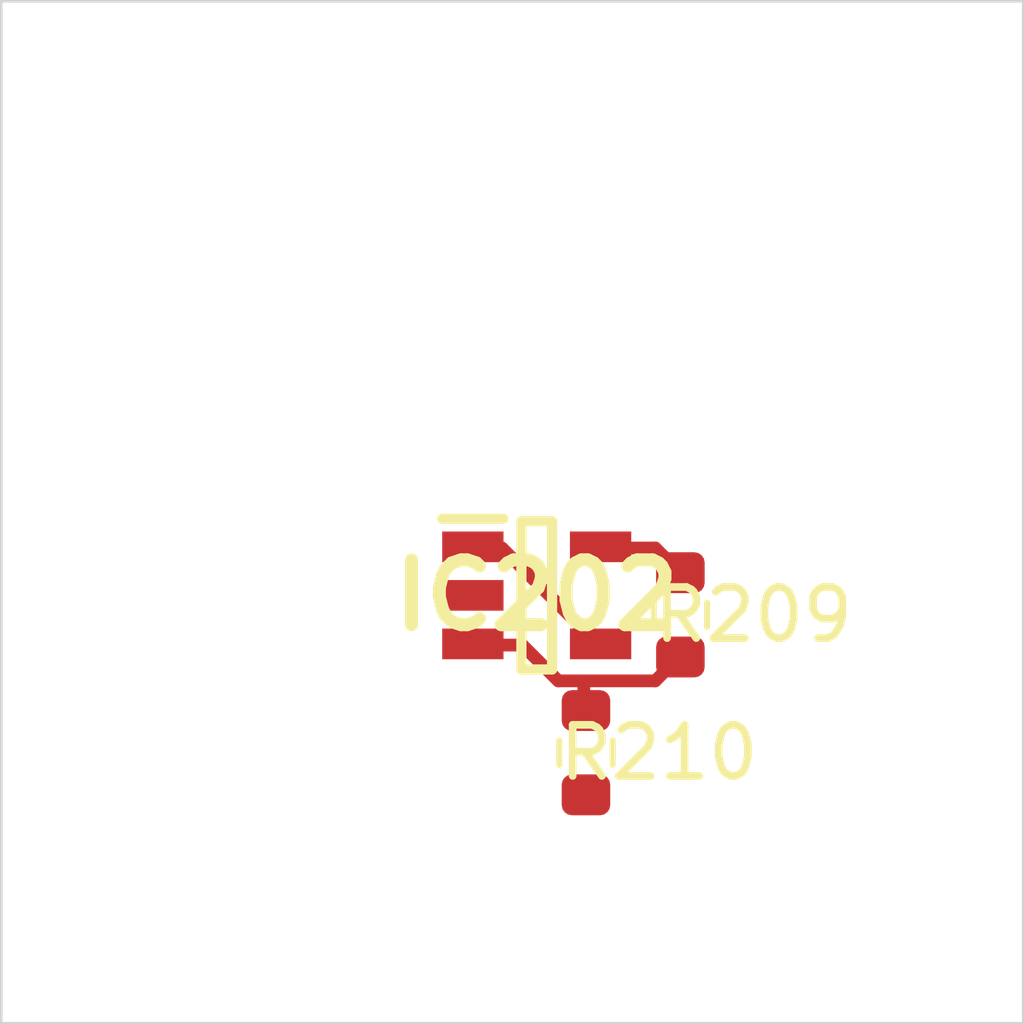
<source format=kicad_pcb>
 ( kicad_pcb  ( version 20171130 )
 ( host pcbnew 5.1.12-84ad8e8a86~92~ubuntu18.04.1 )
 ( general  ( thickness 1.6 )
 ( drawings 4 )
 ( tracks 0 )
 ( zones 0 )
 ( modules 3 )
 ( nets 5 )
)
 ( page A4 )
 ( layers  ( 0 F.Cu signal )
 ( 31 B.Cu signal )
 ( 32 B.Adhes user )
 ( 33 F.Adhes user )
 ( 34 B.Paste user )
 ( 35 F.Paste user )
 ( 36 B.SilkS user )
 ( 37 F.SilkS user )
 ( 38 B.Mask user )
 ( 39 F.Mask user )
 ( 40 Dwgs.User user )
 ( 41 Cmts.User user )
 ( 42 Eco1.User user )
 ( 43 Eco2.User user )
 ( 44 Edge.Cuts user )
 ( 45 Margin user )
 ( 46 B.CrtYd user )
 ( 47 F.CrtYd user )
 ( 48 B.Fab user )
 ( 49 F.Fab user )
)
 ( setup  ( last_trace_width 0.25 )
 ( trace_clearance 0.2 )
 ( zone_clearance 0.508 )
 ( zone_45_only no )
 ( trace_min 0.2 )
 ( via_size 0.8 )
 ( via_drill 0.4 )
 ( via_min_size 0.4 )
 ( via_min_drill 0.3 )
 ( uvia_size 0.3 )
 ( uvia_drill 0.1 )
 ( uvias_allowed no )
 ( uvia_min_size 0.2 )
 ( uvia_min_drill 0.1 )
 ( edge_width 0.05 )
 ( segment_width 0.2 )
 ( pcb_text_width 0.3 )
 ( pcb_text_size 1.5 1.5 )
 ( mod_edge_width 0.12 )
 ( mod_text_size 1 1 )
 ( mod_text_width 0.15 )
 ( pad_size 1.524 1.524 )
 ( pad_drill 0.762 )
 ( pad_to_mask_clearance 0 )
 ( aux_axis_origin 0 0 )
 ( visible_elements FFFFFF7F )
 ( pcbplotparams  ( layerselection 0x010fc_ffffffff )
 ( usegerberextensions false )
 ( usegerberattributes true )
 ( usegerberadvancedattributes true )
 ( creategerberjobfile true )
 ( excludeedgelayer true )
 ( linewidth 0.100000 )
 ( plotframeref false )
 ( viasonmask false )
 ( mode 1 )
 ( useauxorigin false )
 ( hpglpennumber 1 )
 ( hpglpenspeed 20 )
 ( hpglpendiameter 15.000000 )
 ( psnegative false )
 ( psa4output false )
 ( plotreference true )
 ( plotvalue true )
 ( plotinvisibletext false )
 ( padsonsilk false )
 ( subtractmaskfromsilk false )
 ( outputformat 1 )
 ( mirror false )
 ( drillshape 1 )
 ( scaleselection 1 )
 ( outputdirectory "" )
)
)
 ( net 0 "" )
 ( net 1 GND )
 ( net 2 VDDA )
 ( net 3 /Sheet6235D886/vp )
 ( net 4 "Net-(IC202-Pad3)" )
 ( net_class Default "This is the default net class."  ( clearance 0.2 )
 ( trace_width 0.25 )
 ( via_dia 0.8 )
 ( via_drill 0.4 )
 ( uvia_dia 0.3 )
 ( uvia_drill 0.1 )
 ( add_net /Sheet6235D886/vp )
 ( add_net GND )
 ( add_net "Net-(IC202-Pad3)" )
 ( add_net VDDA )
)
 ( module SOT95P280X145-5N locked  ( layer F.Cu )
 ( tedit 62336ED7 )
 ( tstamp 623423ED )
 ( at 90.479100 111.627000 )
 ( descr DBV0005A )
 ( tags "Integrated Circuit" )
 ( path /6235D887/6266C08E )
 ( attr smd )
 ( fp_text reference IC202  ( at 0 0 )
 ( layer F.SilkS )
 ( effects  ( font  ( size 1.27 1.27 )
 ( thickness 0.254 )
)
)
)
 ( fp_text value TL071HIDBVR  ( at 0 0 )
 ( layer F.SilkS )
hide  ( effects  ( font  ( size 1.27 1.27 )
 ( thickness 0.254 )
)
)
)
 ( fp_line  ( start -1.85 -1.5 )
 ( end -0.65 -1.5 )
 ( layer F.SilkS )
 ( width 0.2 )
)
 ( fp_line  ( start -0.3 1.45 )
 ( end -0.3 -1.45 )
 ( layer F.SilkS )
 ( width 0.2 )
)
 ( fp_line  ( start 0.3 1.45 )
 ( end -0.3 1.45 )
 ( layer F.SilkS )
 ( width 0.2 )
)
 ( fp_line  ( start 0.3 -1.45 )
 ( end 0.3 1.45 )
 ( layer F.SilkS )
 ( width 0.2 )
)
 ( fp_line  ( start -0.3 -1.45 )
 ( end 0.3 -1.45 )
 ( layer F.SilkS )
 ( width 0.2 )
)
 ( fp_line  ( start -0.8 -0.5 )
 ( end 0.15 -1.45 )
 ( layer Dwgs.User )
 ( width 0.1 )
)
 ( fp_line  ( start -0.8 1.45 )
 ( end -0.8 -1.45 )
 ( layer Dwgs.User )
 ( width 0.1 )
)
 ( fp_line  ( start 0.8 1.45 )
 ( end -0.8 1.45 )
 ( layer Dwgs.User )
 ( width 0.1 )
)
 ( fp_line  ( start 0.8 -1.45 )
 ( end 0.8 1.45 )
 ( layer Dwgs.User )
 ( width 0.1 )
)
 ( fp_line  ( start -0.8 -1.45 )
 ( end 0.8 -1.45 )
 ( layer Dwgs.User )
 ( width 0.1 )
)
 ( fp_line  ( start -2.1 1.775 )
 ( end -2.1 -1.775 )
 ( layer Dwgs.User )
 ( width 0.05 )
)
 ( fp_line  ( start 2.1 1.775 )
 ( end -2.1 1.775 )
 ( layer Dwgs.User )
 ( width 0.05 )
)
 ( fp_line  ( start 2.1 -1.775 )
 ( end 2.1 1.775 )
 ( layer Dwgs.User )
 ( width 0.05 )
)
 ( fp_line  ( start -2.1 -1.775 )
 ( end 2.1 -1.775 )
 ( layer Dwgs.User )
 ( width 0.05 )
)
 ( pad 1 smd rect  ( at -1.25 -0.95 90.000000 )
 ( size 0.6 1.2 )
 ( layers F.Cu F.Mask F.Paste )
 ( net 3 /Sheet6235D886/vp )
)
 ( pad 2 smd rect  ( at -1.25 0 90.000000 )
 ( size 0.6 1.2 )
 ( layers F.Cu F.Mask F.Paste )
 ( net 1 GND )
)
 ( pad 3 smd rect  ( at -1.25 0.95 90.000000 )
 ( size 0.6 1.2 )
 ( layers F.Cu F.Mask F.Paste )
 ( net 4 "Net-(IC202-Pad3)" )
)
 ( pad 4 smd rect  ( at 1.25 0.95 90.000000 )
 ( size 0.6 1.2 )
 ( layers F.Cu F.Mask F.Paste )
 ( net 3 /Sheet6235D886/vp )
)
 ( pad 5 smd rect  ( at 1.25 -0.95 90.000000 )
 ( size 0.6 1.2 )
 ( layers F.Cu F.Mask F.Paste )
 ( net 2 VDDA )
)
)
 ( module Resistor_SMD:R_0603_1608Metric  ( layer F.Cu )
 ( tedit 5F68FEEE )
 ( tstamp 62342595 )
 ( at 93.290800 112.008000 270.000000 )
 ( descr "Resistor SMD 0603 (1608 Metric), square (rectangular) end terminal, IPC_7351 nominal, (Body size source: IPC-SM-782 page 72, https://www.pcb-3d.com/wordpress/wp-content/uploads/ipc-sm-782a_amendment_1_and_2.pdf), generated with kicad-footprint-generator" )
 ( tags resistor )
 ( path /6235D887/623CDBD9 )
 ( attr smd )
 ( fp_text reference R209  ( at 0 -1.43 )
 ( layer F.SilkS )
 ( effects  ( font  ( size 1 1 )
 ( thickness 0.15 )
)
)
)
 ( fp_text value 100k  ( at 0 1.43 )
 ( layer F.Fab )
 ( effects  ( font  ( size 1 1 )
 ( thickness 0.15 )
)
)
)
 ( fp_line  ( start -0.8 0.4125 )
 ( end -0.8 -0.4125 )
 ( layer F.Fab )
 ( width 0.1 )
)
 ( fp_line  ( start -0.8 -0.4125 )
 ( end 0.8 -0.4125 )
 ( layer F.Fab )
 ( width 0.1 )
)
 ( fp_line  ( start 0.8 -0.4125 )
 ( end 0.8 0.4125 )
 ( layer F.Fab )
 ( width 0.1 )
)
 ( fp_line  ( start 0.8 0.4125 )
 ( end -0.8 0.4125 )
 ( layer F.Fab )
 ( width 0.1 )
)
 ( fp_line  ( start -0.237258 -0.5225 )
 ( end 0.237258 -0.5225 )
 ( layer F.SilkS )
 ( width 0.12 )
)
 ( fp_line  ( start -0.237258 0.5225 )
 ( end 0.237258 0.5225 )
 ( layer F.SilkS )
 ( width 0.12 )
)
 ( fp_line  ( start -1.48 0.73 )
 ( end -1.48 -0.73 )
 ( layer F.CrtYd )
 ( width 0.05 )
)
 ( fp_line  ( start -1.48 -0.73 )
 ( end 1.48 -0.73 )
 ( layer F.CrtYd )
 ( width 0.05 )
)
 ( fp_line  ( start 1.48 -0.73 )
 ( end 1.48 0.73 )
 ( layer F.CrtYd )
 ( width 0.05 )
)
 ( fp_line  ( start 1.48 0.73 )
 ( end -1.48 0.73 )
 ( layer F.CrtYd )
 ( width 0.05 )
)
 ( fp_text user %R  ( at 0 0 )
 ( layer F.Fab )
 ( effects  ( font  ( size 0.4 0.4 )
 ( thickness 0.06 )
)
)
)
 ( pad 1 smd roundrect  ( at -0.825 0 270.000000 )
 ( size 0.8 0.95 )
 ( layers F.Cu F.Mask F.Paste )
 ( roundrect_rratio 0.25 )
 ( net 2 VDDA )
)
 ( pad 2 smd roundrect  ( at 0.825 0 270.000000 )
 ( size 0.8 0.95 )
 ( layers F.Cu F.Mask F.Paste )
 ( roundrect_rratio 0.25 )
 ( net 4 "Net-(IC202-Pad3)" )
)
 ( model ${KISYS3DMOD}/Resistor_SMD.3dshapes/R_0603_1608Metric.wrl  ( at  ( xyz 0 0 0 )
)
 ( scale  ( xyz 1 1 1 )
)
 ( rotate  ( xyz 0 0 0 )
)
)
)
 ( module Resistor_SMD:R_0603_1608Metric  ( layer F.Cu )
 ( tedit 5F68FEEE )
 ( tstamp 623425A6 )
 ( at 91.443000 114.706000 270.000000 )
 ( descr "Resistor SMD 0603 (1608 Metric), square (rectangular) end terminal, IPC_7351 nominal, (Body size source: IPC-SM-782 page 72, https://www.pcb-3d.com/wordpress/wp-content/uploads/ipc-sm-782a_amendment_1_and_2.pdf), generated with kicad-footprint-generator" )
 ( tags resistor )
 ( path /6235D887/623CDBDF )
 ( attr smd )
 ( fp_text reference R210  ( at 0 -1.43 )
 ( layer F.SilkS )
 ( effects  ( font  ( size 1 1 )
 ( thickness 0.15 )
)
)
)
 ( fp_text value 100k  ( at 0 1.43 )
 ( layer F.Fab )
 ( effects  ( font  ( size 1 1 )
 ( thickness 0.15 )
)
)
)
 ( fp_line  ( start 1.48 0.73 )
 ( end -1.48 0.73 )
 ( layer F.CrtYd )
 ( width 0.05 )
)
 ( fp_line  ( start 1.48 -0.73 )
 ( end 1.48 0.73 )
 ( layer F.CrtYd )
 ( width 0.05 )
)
 ( fp_line  ( start -1.48 -0.73 )
 ( end 1.48 -0.73 )
 ( layer F.CrtYd )
 ( width 0.05 )
)
 ( fp_line  ( start -1.48 0.73 )
 ( end -1.48 -0.73 )
 ( layer F.CrtYd )
 ( width 0.05 )
)
 ( fp_line  ( start -0.237258 0.5225 )
 ( end 0.237258 0.5225 )
 ( layer F.SilkS )
 ( width 0.12 )
)
 ( fp_line  ( start -0.237258 -0.5225 )
 ( end 0.237258 -0.5225 )
 ( layer F.SilkS )
 ( width 0.12 )
)
 ( fp_line  ( start 0.8 0.4125 )
 ( end -0.8 0.4125 )
 ( layer F.Fab )
 ( width 0.1 )
)
 ( fp_line  ( start 0.8 -0.4125 )
 ( end 0.8 0.4125 )
 ( layer F.Fab )
 ( width 0.1 )
)
 ( fp_line  ( start -0.8 -0.4125 )
 ( end 0.8 -0.4125 )
 ( layer F.Fab )
 ( width 0.1 )
)
 ( fp_line  ( start -0.8 0.4125 )
 ( end -0.8 -0.4125 )
 ( layer F.Fab )
 ( width 0.1 )
)
 ( fp_text user %R  ( at 0 0 )
 ( layer F.Fab )
 ( effects  ( font  ( size 0.4 0.4 )
 ( thickness 0.06 )
)
)
)
 ( pad 2 smd roundrect  ( at 0.825 0 270.000000 )
 ( size 0.8 0.95 )
 ( layers F.Cu F.Mask F.Paste )
 ( roundrect_rratio 0.25 )
 ( net 1 GND )
)
 ( pad 1 smd roundrect  ( at -0.825 0 270.000000 )
 ( size 0.8 0.95 )
 ( layers F.Cu F.Mask F.Paste )
 ( roundrect_rratio 0.25 )
 ( net 4 "Net-(IC202-Pad3)" )
)
 ( model ${KISYS3DMOD}/Resistor_SMD.3dshapes/R_0603_1608Metric.wrl  ( at  ( xyz 0 0 0 )
)
 ( scale  ( xyz 1 1 1 )
)
 ( rotate  ( xyz 0 0 0 )
)
)
)
 ( gr_line  ( start 100 100 )
 ( end 100 120 )
 ( layer Edge.Cuts )
 ( width 0.05 )
 ( tstamp 62E770C4 )
)
 ( gr_line  ( start 80 120 )
 ( end 100 120 )
 ( layer Edge.Cuts )
 ( width 0.05 )
 ( tstamp 62E770C0 )
)
 ( gr_line  ( start 80 100 )
 ( end 100 100 )
 ( layer Edge.Cuts )
 ( width 0.05 )
 ( tstamp 6234110C )
)
 ( gr_line  ( start 80 100 )
 ( end 80 120 )
 ( layer Edge.Cuts )
 ( width 0.05 )
)
 ( segment  ( start 93.300001 111.200002 )
 ( end 92.800001 110.700002 )
 ( width 0.250000 )
 ( layer F.Cu )
 ( net 2 )
)
 ( segment  ( start 92.800001 110.700002 )
 ( end 91.700001 110.700002 )
 ( width 0.250000 )
 ( layer F.Cu )
 ( net 2 )
)
 ( segment  ( start 91.700001 112.600002 )
 ( end 89.800001 110.700002 )
 ( width 0.250000 )
 ( layer F.Cu )
 ( net 3 )
)
 ( segment  ( start 89.800001 110.700002 )
 ( end 89.200001 110.700002 )
 ( width 0.250000 )
 ( layer F.Cu )
 ( net 3 )
)
 ( segment  ( start 93.300001 112.800002 )
 ( end 92.800001 113.300002 )
 ( width 0.250000 )
 ( layer F.Cu )
 ( net 4 )
)
 ( segment  ( start 92.800001 113.300002 )
 ( end 90.900001 113.300002 )
 ( width 0.250000 )
 ( layer F.Cu )
 ( net 4 )
)
 ( segment  ( start 90.900001 113.300002 )
 ( end 90.200001 112.600002 )
 ( width 0.250000 )
 ( layer F.Cu )
 ( net 4 )
)
 ( segment  ( start 90.200001 112.600002 )
 ( end 89.200001 112.600002 )
 ( width 0.250000 )
 ( layer F.Cu )
 ( net 4 )
)
 ( segment  ( start 91.400001 113.900002 )
 ( end 91.400001 113.300002 )
 ( width 0.250000 )
 ( layer F.Cu )
 ( net 4 )
)
)

</source>
